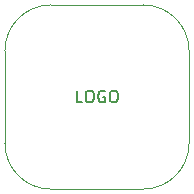
<source format=gbr>
%TF.GenerationSoftware,KiCad,Pcbnew,4.0.5-e0-6337~49~ubuntu16.04.1*%
%TF.CreationDate,2017-01-17T23:17:16-08:00*%
%TF.ProjectId,2x2-Logo-Crazy-Circuits,3278322D4C6F676F2D4372617A792D43,1.0*%
%TF.FileFunction,Other,Fab,Top*%
%FSLAX46Y46*%
G04 Gerber Fmt 4.6, Leading zero omitted, Abs format (unit mm)*
G04 Created by KiCad (PCBNEW 4.0.5-e0-6337~49~ubuntu16.04.1) date Tue Jan 17 23:17:16 2017*
%MOMM*%
%LPD*%
G01*
G04 APERTURE LIST*
%ADD10C,0.350000*%
%ADD11C,0.040640*%
%ADD12C,0.150000*%
G04 APERTURE END LIST*
D10*
D11*
X143473000Y-84529000D02*
X135673000Y-84529000D01*
X143473000Y-100129000D02*
X135673000Y-100129000D01*
X147373000Y-96229000D02*
X147373000Y-88429000D01*
X131773000Y-96229000D02*
X131773000Y-88429000D01*
X147373000Y-88429000D02*
G75*
G03X143473000Y-84529000I-3900000J0D01*
G01*
X143473000Y-100129000D02*
G75*
G03X147373000Y-96229000I0J3900000D01*
G01*
X131773000Y-96229000D02*
G75*
G03X135673000Y-100129000I3900000J0D01*
G01*
X135673000Y-84529000D02*
G75*
G03X131773000Y-88429000I0J-3900000D01*
G01*
D12*
X138334905Y-92781381D02*
X137858714Y-92781381D01*
X137858714Y-91781381D01*
X138858714Y-91781381D02*
X139049191Y-91781381D01*
X139144429Y-91829000D01*
X139239667Y-91924238D01*
X139287286Y-92114714D01*
X139287286Y-92448048D01*
X139239667Y-92638524D01*
X139144429Y-92733762D01*
X139049191Y-92781381D01*
X138858714Y-92781381D01*
X138763476Y-92733762D01*
X138668238Y-92638524D01*
X138620619Y-92448048D01*
X138620619Y-92114714D01*
X138668238Y-91924238D01*
X138763476Y-91829000D01*
X138858714Y-91781381D01*
X140239667Y-91829000D02*
X140144429Y-91781381D01*
X140001572Y-91781381D01*
X139858714Y-91829000D01*
X139763476Y-91924238D01*
X139715857Y-92019476D01*
X139668238Y-92209952D01*
X139668238Y-92352810D01*
X139715857Y-92543286D01*
X139763476Y-92638524D01*
X139858714Y-92733762D01*
X140001572Y-92781381D01*
X140096810Y-92781381D01*
X140239667Y-92733762D01*
X140287286Y-92686143D01*
X140287286Y-92352810D01*
X140096810Y-92352810D01*
X140906333Y-91781381D02*
X141096810Y-91781381D01*
X141192048Y-91829000D01*
X141287286Y-91924238D01*
X141334905Y-92114714D01*
X141334905Y-92448048D01*
X141287286Y-92638524D01*
X141192048Y-92733762D01*
X141096810Y-92781381D01*
X140906333Y-92781381D01*
X140811095Y-92733762D01*
X140715857Y-92638524D01*
X140668238Y-92448048D01*
X140668238Y-92114714D01*
X140715857Y-91924238D01*
X140811095Y-91829000D01*
X140906333Y-91781381D01*
M02*

</source>
